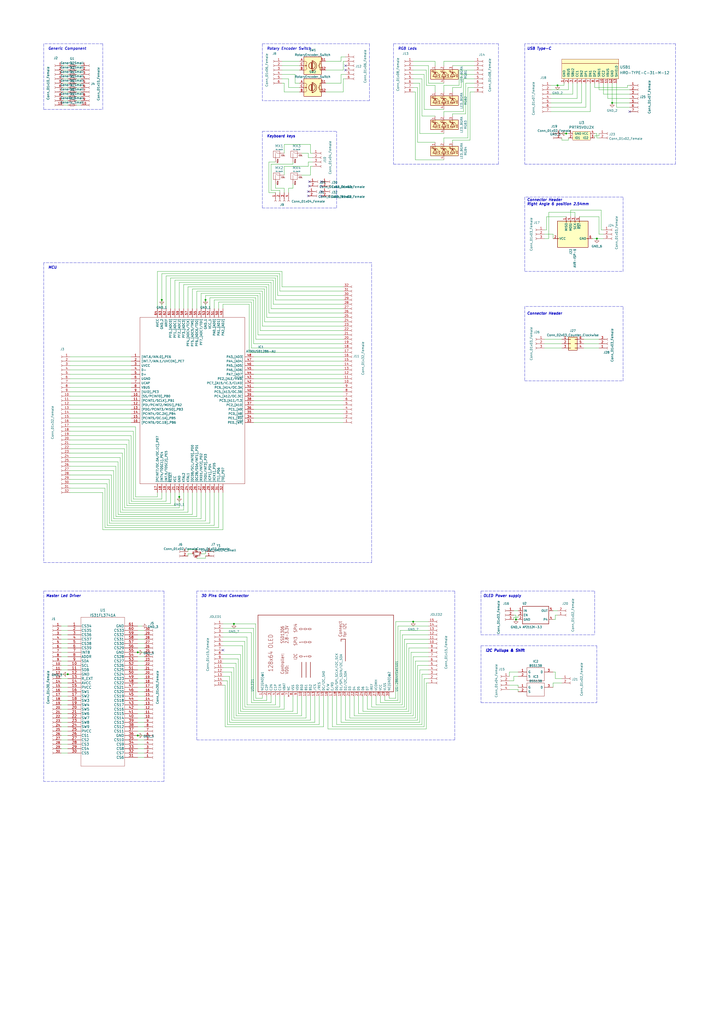
<source format=kicad_sch>
(kicad_sch (version 20211123) (generator eeschema)
  (paper "A2" portrait)
  (junction (at 80.01 378.46))
  (junction (at 240.03 360.68))
  (junction (at 135.89 361.95))
  (junction (at 104.14 288.29))
  (junction (at 299.72 359.41))
  (junction (at 93.98 173.99))
  (junction (at 80.01 426.72))
  (junction (at 355.6 59.69))
  (junction (at 39.37 391.16))
  (junction (at 328.93 77.47))
  (junction (at 346.71 138.43))
  (junction (at 323.85 49.53))
  (junction (at 119.38 173.99))
  (no_connect (at 129.54 377.19))
  (no_connect (at 179.07 113.665))
  (no_connect (at 186.69 107.95))
  (no_connect (at 186.69 105.41))
  (no_connect (at 179.705 105.41))
  (no_connect (at 179.705 107.95))
  (no_connect (at 179.07 111.125))
  (no_connect (at 186.69 113.665))
  (no_connect (at 186.69 111.125))
  (no_connect (at 365.76 64.77))
  (no_connect (at 200.66 40.64))
  (no_connect (at 200.66 38.1))
  (wire (pts (xy 148.59 172.72) (xy 148.59 196.85)))
  (wire (pts (xy 35.56 434.34) (xy 39.37 434.34)))
  (wire (pts (xy 64.77 302.26) (xy 64.77 275.59)))
  (wire (pts (xy 40.64 278.13) (xy 63.5 278.13)))
  (wire (pts (xy 116.84 179.07) (xy 116.84 170.18)))
  (wire (pts (xy 142.24 372.11) (xy 142.24 410.21)))
  (wire (pts (xy 252.73 38.1) (xy 252.73 35.56)))
  (wire (pts (xy 63.5 303.53) (xy 121.92 303.53)))
  (wire (pts (xy 36.83 53.34) (xy 39.37 53.34)))
  (wire (pts (xy 96.52 160.02) (xy 161.29 160.02)))
  (wire (pts (xy 40.64 270.51) (xy 67.31 270.51)))
  (wire (pts (xy 248.92 391.16) (xy 245.11 391.16)))
  (wire (pts (xy 257.81 80.01) (xy 257.81 82.55)))
  (wire (pts (xy 190.5 403.86) (xy 190.5 422.91)))
  (wire (pts (xy 203.2 403.86) (xy 203.2 416.56)))
  (wire (pts (xy 147.32 209.55) (xy 199.39 209.55)))
  (wire (pts (xy 165.1 83.82) (xy 165.1 88.9)))
  (wire (pts (xy 36.83 55.88) (xy 39.37 55.88)))
  (wire (pts (xy 318.77 138.43) (xy 316.23 138.43)))
  (wire (pts (xy 35.56 416.56) (xy 39.37 416.56)))
  (wire (pts (xy 334.01 125.73) (xy 334.01 123.19)))
  (wire (pts (xy 165.1 83.82) (xy 180.34 83.82)))
  (wire (pts (xy 111.76 285.75) (xy 111.76 298.45)))
  (wire (pts (xy 273.05 81.28) (xy 273.05 53.34)))
  (wire (pts (xy 208.28 403.86) (xy 208.28 414.02)))
  (wire (pts (xy 127 179.07) (xy 127 175.26)))
  (wire (pts (xy 114.3 285.75) (xy 114.3 299.72)))
  (wire (pts (xy 139.7 379.73) (xy 139.7 412.75)))
  (wire (pts (xy 129.54 364.49) (xy 147.32 364.49)))
  (wire (pts (xy 124.46 285.75) (xy 124.46 304.8)))
  (polyline (pts (xy 228.6 95.25) (xy 289.56 95.25)))
  (wire (pts (xy 35.56 381) (xy 39.37 381)))
  (polyline (pts (xy 228.6 25.4) (xy 228.6 95.25)))
  (wire (pts (xy 247.65 422.91) (xy 190.5 422.91)))
  (wire (pts (xy 154.94 406.4) (xy 147.32 406.4)))
  (wire (pts (xy 116.84 285.75) (xy 116.84 300.99)))
  (wire (pts (xy 270.51 48.26) (xy 275.59 48.26)))
  (wire (pts (xy 350.52 48.26) (xy 350.52 54.61)))
  (wire (pts (xy 353.06 48.26) (xy 353.06 57.15)))
  (wire (pts (xy 300.99 397.51) (xy 300.99 398.78)))
  (wire (pts (xy 257.81 92.71) (xy 241.3 92.71)))
  (wire (pts (xy 91.44 179.07) (xy 91.44 157.48)))
  (polyline (pts (xy 95.25 342.9) (xy 95.25 453.39)))
  (polyline (pts (xy 215.9 326.39) (xy 215.9 152.4)))
  (wire (pts (xy 147.32 240.03) (xy 199.39 240.03)))
  (wire (pts (xy 80.01 439.42) (xy 83.82 439.42)))
  (wire (pts (xy 246.38 393.7) (xy 248.92 393.7)))
  (wire (pts (xy 257.81 38.1) (xy 257.81 35.56)))
  (wire (pts (xy 71.12 295.91) (xy 106.68 295.91)))
  (wire (pts (xy 234.95 410.21) (xy 215.9 410.21)))
  (wire (pts (xy 80.01 388.62) (xy 83.82 388.62)))
  (wire (pts (xy 300.99 359.41) (xy 299.72 359.41)))
  (wire (pts (xy 213.36 411.48) (xy 236.22 411.48)))
  (wire (pts (xy 162.56 168.91) (xy 162.56 158.75)))
  (wire (pts (xy 80.01 431.8) (xy 83.82 431.8)))
  (wire (pts (xy 245.11 45.72) (xy 240.03 45.72)))
  (wire (pts (xy 146.05 175.26) (xy 146.05 201.93)))
  (wire (pts (xy 198.12 33.02) (xy 198.12 35.56)))
  (wire (pts (xy 171.45 48.26) (xy 171.45 43.18)))
  (wire (pts (xy 114.3 299.72) (xy 67.31 299.72)))
  (wire (pts (xy 147.32 212.09) (xy 199.39 212.09)))
  (wire (pts (xy 199.39 179.07) (xy 157.48 179.07)))
  (wire (pts (xy 40.64 222.25) (xy 76.2 222.25)))
  (wire (pts (xy 35.56 431.8) (xy 39.37 431.8)))
  (wire (pts (xy 165.1 403.86) (xy 165.1 411.48)))
  (wire (pts (xy 218.44 408.94) (xy 233.68 408.94)))
  (wire (pts (xy 187.96 403.86) (xy 187.96 421.64)))
  (wire (pts (xy 252.73 49.53) (xy 247.65 49.53)))
  (wire (pts (xy 241.3 383.54) (xy 248.92 383.54)))
  (wire (pts (xy 299.72 359.41) (xy 299.72 356.87)))
  (wire (pts (xy 248.92 396.24) (xy 247.65 396.24)))
  (wire (pts (xy 199.39 53.34) (xy 199.39 45.72)))
  (wire (pts (xy 69.85 297.18) (xy 69.85 265.43)))
  (wire (pts (xy 160.02 93.98) (xy 156.21 93.98)))
  (wire (pts (xy 104.14 288.29) (xy 104.14 294.64)))
  (wire (pts (xy 170.18 95.25) (xy 157.48 95.25)))
  (wire (pts (xy 160.02 106.68) (xy 160.02 109.22)))
  (wire (pts (xy 339.09 201.93) (xy 347.98 201.93)))
  (wire (pts (xy 345.44 50.8) (xy 364.49 50.8)))
  (wire (pts (xy 152.4 403.86) (xy 152.4 405.13)))
  (wire (pts (xy 246.38 63.5) (xy 246.38 43.18)))
  (wire (pts (xy 129.54 379.73) (xy 139.7 379.73)))
  (wire (pts (xy 109.22 285.75) (xy 109.22 297.18)))
  (wire (pts (xy 345.44 48.26) (xy 345.44 50.8)))
  (wire (pts (xy 44.45 53.34) (xy 46.99 53.34)))
  (wire (pts (xy 199.39 199.39) (xy 147.32 199.39)))
  (wire (pts (xy 119.38 323.85) (xy 119.38 322.58)))
  (wire (pts (xy 91.44 285.75) (xy 91.44 288.29)))
  (wire (pts (xy 242.57 50.8) (xy 240.03 50.8)))
  (wire (pts (xy 355.6 48.26) (xy 355.6 59.69)))
  (wire (pts (xy 321.31 396.24) (xy 326.39 396.24)))
  (wire (pts (xy 68.58 298.45) (xy 111.76 298.45)))
  (wire (pts (xy 326.39 77.47) (xy 328.93 77.47)))
  (wire (pts (xy 111.76 321.31) (xy 109.22 321.31)))
  (wire (pts (xy 80.01 429.26) (xy 83.82 429.26)))
  (wire (pts (xy 346.71 138.43) (xy 350.52 138.43)))
  (wire (pts (xy 163.83 35.56) (xy 173.99 35.56)))
  (wire (pts (xy 317.5 133.35) (xy 317.5 125.73)))
  (wire (pts (xy 109.22 321.31) (xy 109.22 322.58)))
  (wire (pts (xy 119.38 302.26) (xy 64.77 302.26)))
  (wire (pts (xy 187.96 421.64) (xy 130.81 421.64)))
  (wire (pts (xy 160.02 173.99) (xy 160.02 161.29)))
  (wire (pts (xy 44.45 50.8) (xy 46.99 50.8)))
  (wire (pts (xy 35.56 368.3) (xy 39.37 368.3)))
  (wire (pts (xy 129.54 389.89) (xy 134.62 389.89)))
  (wire (pts (xy 252.73 82.55) (xy 242.57 82.55)))
  (wire (pts (xy 157.48 163.83) (xy 104.14 163.83)))
  (wire (pts (xy 162.56 403.86) (xy 162.56 410.21)))
  (wire (pts (xy 330.2 80.01) (xy 330.2 81.28)))
  (wire (pts (xy 185.42 403.86) (xy 185.42 420.37)))
  (wire (pts (xy 44.45 40.64) (xy 46.99 40.64)))
  (wire (pts (xy 80.01 426.72) (xy 83.82 426.72)))
  (polyline (pts (xy 95.25 453.39) (xy 25.4 453.39)))
  (wire (pts (xy 147.32 229.87) (xy 199.39 229.87)))
  (wire (pts (xy 143.51 369.57) (xy 143.51 408.94)))
  (wire (pts (xy 137.16 384.81) (xy 137.16 415.29)))
  (wire (pts (xy 248.92 370.84) (xy 234.95 370.84)))
  (wire (pts (xy 177.8 416.56) (xy 135.89 416.56)))
  (wire (pts (xy 40.64 255.27) (xy 74.93 255.27)))
  (wire (pts (xy 262.89 81.28) (xy 273.05 81.28)))
  (wire (pts (xy 330.2 48.26) (xy 330.2 52.07)))
  (wire (pts (xy 215.9 403.86) (xy 215.9 410.21)))
  (wire (pts (xy 35.56 398.78) (xy 39.37 398.78)))
  (wire (pts (xy 130.81 421.64) (xy 130.81 397.51)))
  (wire (pts (xy 147.32 234.95) (xy 199.39 234.95)))
  (wire (pts (xy 109.22 166.37) (xy 154.94 166.37)))
  (wire (pts (xy 241.3 92.71) (xy 241.3 53.34)))
  (wire (pts (xy 161.29 160.02) (xy 161.29 171.45)))
  (polyline (pts (xy 25.4 326.39) (xy 215.9 326.39)))
  (wire (pts (xy 40.64 229.87) (xy 76.2 229.87)))
  (wire (pts (xy 335.28 48.26) (xy 335.28 57.15)))
  (wire (pts (xy 347.98 77.47) (xy 347.98 78.74)))
  (wire (pts (xy 35.56 365.76) (xy 39.37 365.76)))
  (wire (pts (xy 133.35 419.1) (xy 133.35 392.43)))
  (wire (pts (xy 139.7 412.75) (xy 170.18 412.75)))
  (wire (pts (xy 80.01 424.18) (xy 83.82 424.18)))
  (wire (pts (xy 347.98 78.74) (xy 345.44 78.74)))
  (wire (pts (xy 316.23 135.89) (xy 321.31 135.89)))
  (wire (pts (xy 151.13 170.18) (xy 151.13 191.77)))
  (wire (pts (xy 342.9 64.77) (xy 320.04 64.77)))
  (wire (pts (xy 358.14 48.26) (xy 358.14 62.23)))
  (polyline (pts (xy 264.16 429.26) (xy 264.16 342.9)))
  (wire (pts (xy 44.45 48.26) (xy 46.99 48.26)))
  (wire (pts (xy 180.34 403.86) (xy 180.34 417.83)))
  (wire (pts (xy 355.6 59.69) (xy 365.76 59.69)))
  (wire (pts (xy 72.39 294.64) (xy 72.39 260.35)))
  (wire (pts (xy 236.22 373.38) (xy 248.92 373.38)))
  (wire (pts (xy 358.14 62.23) (xy 365.76 62.23)))
  (wire (pts (xy 337.82 59.69) (xy 320.04 59.69)))
  (wire (pts (xy 231.14 363.22) (xy 248.92 363.22)))
  (wire (pts (xy 205.74 403.86) (xy 205.74 415.29)))
  (wire (pts (xy 35.56 383.54) (xy 39.37 383.54)))
  (wire (pts (xy 273.05 53.34) (xy 275.59 53.34)))
  (wire (pts (xy 96.52 290.83) (xy 96.52 285.75)))
  (wire (pts (xy 129.54 361.95) (xy 135.89 361.95)))
  (wire (pts (xy 339.09 199.39) (xy 347.98 199.39)))
  (wire (pts (xy 35.56 408.94) (xy 39.37 408.94)))
  (polyline (pts (xy 152.4 25.4) (xy 152.4 58.42)))
  (wire (pts (xy 240.03 40.64) (xy 247.65 40.64)))
  (wire (pts (xy 236.22 411.48) (xy 236.22 373.38)))
  (wire (pts (xy 364.49 50.8) (xy 364.49 49.53)))
  (wire (pts (xy 121.92 179.07) (xy 121.92 172.72)))
  (wire (pts (xy 158.75 162.56) (xy 158.75 176.53)))
  (wire (pts (xy 156.21 111.76) (xy 160.02 111.76)))
  (wire (pts (xy 40.64 207.01) (xy 76.2 207.01)))
  (wire (pts (xy 350.52 54.61) (xy 365.76 54.61)))
  (wire (pts (xy 347.98 80.01) (xy 346.71 80.01)))
  (wire (pts (xy 138.43 414.02) (xy 138.43 382.27)))
  (wire (pts (xy 243.84 48.26) (xy 240.03 48.26)))
  (wire (pts (xy 298.45 354.33) (xy 300.99 354.33)))
  (wire (pts (xy 165.1 101.6) (xy 165.1 96.52)))
  (wire (pts (xy 165.1 109.22) (xy 165.1 111.76)))
  (wire (pts (xy 80.01 436.88) (xy 83.82 436.88)))
  (wire (pts (xy 129.54 392.43) (xy 133.35 392.43)))
  (wire (pts (xy 91.44 157.48) (xy 163.83 157.48)))
  (polyline (pts (xy 279.4 368.3) (xy 345.44 368.3)))
  (polyline (pts (xy 279.4 342.9) (xy 279.4 368.3)))
  (wire (pts (xy 116.84 170.18) (xy 151.13 170.18)))
  (wire (pts (xy 119.38 321.31) (xy 119.38 320.04)))
  (wire (pts (xy 35.56 375.92) (xy 39.37 375.92)))
  (wire (pts (xy 160.02 161.29) (xy 99.06 161.29)))
  (wire (pts (xy 322.58 359.41) (xy 322.58 356.87)))
  (wire (pts (xy 114.3 168.91) (xy 114.3 179.07)))
  (wire (pts (xy 146.05 407.67) (xy 157.48 407.67)))
  (wire (pts (xy 153.67 186.69) (xy 199.39 186.69)))
  (wire (pts (xy 295.91 392.43) (xy 295.91 389.89)))
  (polyline (pts (xy 114.3 429.26) (xy 264.16 429.26)))
  (wire (pts (xy 248.92 48.26) (xy 248.92 38.1)))
  (polyline (pts (xy 195.58 120.65) (xy 195.58 76.2)))
  (wire (pts (xy 147.32 173.99) (xy 124.46 173.99)))
  (wire (pts (xy 179.07 88.9) (xy 179.07 91.44)))
  (wire (pts (xy 77.47 289.56) (xy 77.47 250.19)))
  (polyline (pts (xy 215.9 152.4) (xy 25.4 152.4)))
  (wire (pts (xy 179.07 91.44) (xy 181.61 91.44)))
  (polyline (pts (xy 59.69 25.4) (xy 25.4 25.4)))
  (wire (pts (xy 129.54 384.81) (xy 137.16 384.81)))
  (wire (pts (xy 340.36 48.26) (xy 340.36 62.23)))
  (wire (pts (xy 40.64 224.79) (xy 76.2 224.79)))
  (wire (pts (xy 40.64 257.81) (xy 73.66 257.81)))
  (wire (pts (xy 35.56 373.38) (xy 39.37 373.38)))
  (wire (pts (xy 36.83 48.26) (xy 39.37 48.26)))
  (wire (pts (xy 154.94 184.15) (xy 154.94 166.37)))
  (wire (pts (xy 156.21 181.61) (xy 199.39 181.61)))
  (wire (pts (xy 321.31 359.41) (xy 322.58 359.41)))
  (polyline (pts (xy 289.56 95.25) (xy 289.56 25.4)))
  (polyline (pts (xy 214.63 58.42) (xy 152.4 58.42)))
  (wire (pts (xy 119.38 171.45) (xy 119.38 173.99)))
  (wire (pts (xy 147.32 224.79) (xy 199.39 224.79)))
  (wire (pts (xy 129.54 397.51) (xy 130.81 397.51)))
  (wire (pts (xy 247.65 49.53) (xy 247.65 40.64)))
  (wire (pts (xy 243.84 77.47) (xy 243.84 48.26)))
  (wire (pts (xy 173.99 48.26) (xy 171.45 48.26)))
  (wire (pts (xy 300.99 400.05) (xy 300.99 401.32)))
  (wire (pts (xy 223.52 403.86) (xy 223.52 406.4)))
  (wire (pts (xy 245.11 420.37) (xy 195.58 420.37)))
  (wire (pts (xy 40.64 285.75) (xy 59.69 285.75)))
  (wire (pts (xy 320.04 57.15) (xy 335.28 57.15)))
  (wire (pts (xy 337.82 48.26) (xy 337.82 59.69)))
  (wire (pts (xy 36.83 60.96) (xy 39.37 60.96)))
  (wire (pts (xy 189.23 35.56) (xy 198.12 35.56)))
  (wire (pts (xy 76.2 290.83) (xy 96.52 290.83)))
  (wire (pts (xy 342.9 48.26) (xy 342.9 64.77)))
  (wire (pts (xy 129.54 382.27) (xy 138.43 382.27)))
  (wire (pts (xy 93.98 173.99) (xy 93.98 179.07)))
  (wire (pts (xy 35.56 436.88) (xy 39.37 436.88)))
  (wire (pts (xy 320.04 54.61) (xy 332.74 54.61)))
  (wire (pts (xy 243.84 419.1) (xy 243.84 388.62)))
  (wire (pts (xy 35.56 388.62) (xy 39.37 388.62)))
  (wire (pts (xy 170.18 403.86) (xy 170.18 412.75)))
  (wire (pts (xy 93.98 289.56) (xy 77.47 289.56)))
  (wire (pts (xy 271.78 50.8) (xy 271.78 80.01)))
  (wire (pts (xy 181.61 96.52) (xy 180.34 96.52)))
  (wire (pts (xy 40.64 252.73) (xy 76.2 252.73)))
  (wire (pts (xy 80.01 378.46) (xy 83.82 378.46)))
  (wire (pts (xy 134.62 417.83) (xy 180.34 417.83)))
  (wire (pts (xy 167.64 45.72) (xy 167.64 50.8)))
  (polyline (pts (xy 25.4 25.4) (xy 25.4 63.5)))
  (wire (pts (xy 199.39 184.15) (xy 154.94 184.15)))
  (wire (pts (xy 40.64 283.21) (xy 60.96 283.21)))
  (wire (pts (xy 339.09 196.85) (xy 347.98 196.85)))
  (wire (pts (xy 323.85 49.53) (xy 327.66 49.53)))
  (wire (pts (xy 295.91 397.51) (xy 300.99 397.51)))
  (wire (pts (xy 73.66 257.81) (xy 73.66 293.37)))
  (wire (pts (xy 163.83 38.1) (xy 173.99 38.1)))
  (wire (pts (xy 104.14 163.83) (xy 104.14 179.07)))
  (wire (pts (xy 80.01 421.64) (xy 83.82 421.64)))
  (wire (pts (xy 322.58 389.89) (xy 322.58 393.7)))
  (wire (pts (xy 180.34 96.52) (xy 180.34 101.6)))
  (wire (pts (xy 40.64 275.59) (xy 64.77 275.59)))
  (wire (pts (xy 248.92 375.92) (xy 237.49 375.92)))
  (wire (pts (xy 80.01 368.3) (xy 83.82 368.3)))
  (wire (pts (xy 121.92 172.72) (xy 148.59 172.72)))
  (wire (pts (xy 349.25 121.92) (xy 349.25 133.35)))
  (wire (pts (xy 158.75 176.53) (xy 199.39 176.53)))
  (wire (pts (xy 116.84 321.31) (xy 119.38 321.31)))
  (wire (pts (xy 129.54 367.03) (xy 146.05 367.03)))
  (wire (pts (xy 99.06 161.29) (xy 99.06 179.07)))
  (wire (pts (xy 223.52 406.4) (xy 231.14 406.4)))
  (wire (pts (xy 347.98 125.73) (xy 347.98 135.89)))
  (wire (pts (xy 231.14 406.4) (xy 231.14 363.22)))
  (wire (pts (xy 331.47 121.92) (xy 349.25 121.92)))
  (wire (pts (xy 213.36 403.86) (xy 213.36 411.48)))
  (wire (pts (xy 44.45 55.88) (xy 46.99 55.88)))
  (wire (pts (xy 208.28 414.02) (xy 238.76 414.02)))
  (wire (pts (xy 321.31 138.43) (xy 321.31 135.89)))
  (wire (pts (xy 60.96 306.07) (xy 127 306.07)))
  (wire (pts (xy 198.12 419.1) (xy 243.84 419.1)))
  (wire (pts (xy 148.59 361.95) (xy 148.59 405.13)))
  (wire (pts (xy 80.01 411.48) (xy 83.82 411.48)))
  (wire (pts (xy 59.69 307.34) (xy 59.69 285.75)))
  (wire (pts (xy 35.56 429.26) (xy 39.37 429.26)))
  (wire (pts (xy 165.1 53.34) (xy 173.99 53.34)))
  (wire (pts (xy 157.48 179.07) (xy 157.48 163.83)))
  (wire (pts (xy 318.77 123.19) (xy 318.77 138.43)))
  (wire (pts (xy 200.66 33.02) (xy 198.12 33.02)))
  (wire (pts (xy 316.23 201.93) (xy 326.39 201.93)))
  (wire (pts (xy 35.56 393.7) (xy 39.37 393.7)))
  (wire (pts (xy 152.4 189.23) (xy 152.4 168.91)))
  (wire (pts (xy 346.71 77.47) (xy 345.44 77.47)))
  (wire (pts (xy 242.57 82.55) (xy 242.57 50.8)))
  (wire (pts (xy 127 285.75) (xy 127 306.07)))
  (wire (pts (xy 68.58 267.97) (xy 68.58 298.45)))
  (polyline (pts (xy 25.4 152.4) (xy 25.4 326.39)))
  (wire (pts (xy 129.54 307.34) (xy 59.69 307.34)))
  (wire (pts (xy 147.32 242.57) (xy 199.39 242.57)))
  (wire (pts (xy 298.45 356.87) (xy 299.72 356.87)))
  (wire (pts (xy 40.64 265.43) (xy 69.85 265.43)))
  (wire (pts (xy 147.32 207.01) (xy 199.39 207.01)))
  (wire (pts (xy 106.68 165.1) (xy 156.21 165.1)))
  (wire (pts (xy 200.66 35.56) (xy 199.39 35.56)))
  (polyline (pts (xy 361.95 177.8) (xy 304.8 177.8)))
  (wire (pts (xy 257.81 63.5) (xy 246.38 63.5)))
  (wire (pts (xy 135.89 416.56) (xy 135.89 387.35)))
  (wire (pts (xy 80.01 365.76) (xy 83.82 365.76)))
  (wire (pts (xy 40.64 219.71) (xy 76.2 219.71)))
  (wire (pts (xy 257.81 49.53) (xy 266.7 49.53)))
  (wire (pts (xy 93.98 158.75) (xy 93.98 173.99)))
  (wire (pts (xy 99.06 292.1) (xy 74.93 292.1)))
  (polyline (pts (xy 304.8 114.3) (xy 304.8 157.48)))
  (wire (pts (xy 135.89 361.95) (xy 148.59 361.95)))
  (wire (pts (xy 35.56 426.72) (xy 39.37 426.72)))
  (wire (pts (xy 320.04 52.07) (xy 330.2 52.07)))
  (wire (pts (xy 175.26 403.86) (xy 175.26 415.29)))
  (wire (pts (xy 40.64 260.35) (xy 72.39 260.35)))
  (wire (pts (xy 340.36 62.23) (xy 320.04 62.23)))
  (wire (pts (xy 246.38 43.18) (xy 240.03 43.18)))
  (wire (pts (xy 101.6 285.75) (xy 101.6 293.37)))
  (wire (pts (xy 240.03 360.68) (xy 248.92 360.68)))
  (wire (pts (xy 147.32 199.39) (xy 147.32 173.99)))
  (wire (pts (xy 142.24 410.21) (xy 162.56 410.21)))
  (polyline (pts (xy 304.8 25.4) (xy 304.8 95.25)))
  (wire (pts (xy 180.34 83.82) (xy 180.34 88.9)))
  (wire (pts (xy 44.45 58.42) (xy 46.99 58.42)))
  (wire (pts (xy 35.56 391.16) (xy 39.37 391.16)))
  (wire (pts (xy 332.74 48.26) (xy 332.74 54.61)))
  (wire (pts (xy 101.6 179.07) (xy 101.6 162.56)))
  (wire (pts (xy 129.54 372.11) (xy 142.24 372.11)))
  (polyline (pts (xy 361.95 220.98) (xy 361.95 177.8)))
  (polyline (pts (xy 228.6 25.4) (xy 289.56 25.4)))
  (wire (pts (xy 203.2 416.56) (xy 241.3 416.56)))
  (wire (pts (xy 44.45 38.1) (xy 46.99 38.1)))
  (wire (pts (xy 40.64 227.33) (xy 76.2 227.33)))
  (wire (pts (xy 199.39 40.64) (xy 189.23 40.64)))
  (wire (pts (xy 167.64 109.22) (xy 167.64 111.76)))
  (wire (pts (xy 295.91 394.97) (xy 298.45 394.97)))
  (polyline (pts (xy 214.63 25.4) (xy 214.63 58.42)))
  (wire (pts (xy 172.72 403.86) (xy 172.72 414.02)))
  (wire (pts (xy 73.66 293.37) (xy 101.6 293.37)))
  (wire (pts (xy 156.21 93.98) (xy 156.21 111.76)))
  (wire (pts (xy 77.47 250.19) (xy 40.64 250.19)))
  (wire (pts (xy 40.64 247.65) (xy 78.74 247.65)))
  (wire (pts (xy 346.71 80.01) (xy 346.71 77.47)))
  (wire (pts (xy 106.68 179.07) (xy 106.68 165.1)))
  (wire (pts (xy 36.83 50.8) (xy 39.37 50.8)))
  (wire (pts (xy 127 175.26) (xy 146.05 175.26)))
  (wire (pts (xy 298.45 392.43) (xy 300.99 392.43)))
  (wire (pts (xy 240.03 415.29) (xy 205.74 415.29)))
  (wire (pts (xy 238.76 378.46) (xy 248.92 378.46)))
  (wire (pts (xy 262.89 66.04) (xy 270.51 66.04)))
  (wire (pts (xy 271.78 80.01) (xy 257.81 80.01)))
  (wire (pts (xy 182.88 419.1) (xy 133.35 419.1)))
  (wire (pts (xy 40.64 234.95) (xy 76.2 234.95)))
  (wire (pts (xy 172.72 414.02) (xy 138.43 414.02)))
  (wire (pts (xy 35.56 378.46) (xy 39.37 378.46)))
  (wire (pts (xy 40.64 232.41) (xy 76.2 232.41)))
  (wire (pts (xy 157.48 407.67) (xy 157.48 403.86)))
  (wire (pts (xy 295.91 400.05) (xy 300.99 400.05)))
  (wire (pts (xy 316.23 196.85) (xy 326.39 196.85)))
  (wire (pts (xy 109.22 297.18) (xy 69.85 297.18)))
  (wire (pts (xy 298.45 358.14) (xy 298.45 359.41)))
  (wire (pts (xy 153.67 167.64) (xy 153.67 186.69)))
  (wire (pts (xy 161.29 171.45) (xy 199.39 171.45)))
  (wire (pts (xy 147.32 237.49) (xy 199.39 237.49)))
  (wire (pts (xy 147.32 406.4) (xy 147.32 364.49)))
  (wire (pts (xy 257.81 53.34) (xy 257.81 49.53)))
  (polyline (pts (xy 345.44 342.9) (xy 345.44 368.3)))
  (wire (pts (xy 242.57 417.83) (xy 200.66 417.83)))
  (wire (pts (xy 347.98 135.89) (xy 350.52 135.89)))
  (wire (pts (xy 170.18 106.68) (xy 170.18 109.22)))
  (wire (pts (xy 200.66 403.86) (xy 200.66 417.83)))
  (wire (pts (xy 35.56 414.02) (xy 39.37 414.02)))
  (wire (pts (xy 232.41 407.67) (xy 220.98 407.67)))
  (wire (pts (xy 163.83 157.48) (xy 163.83 166.37)))
  (wire (pts (xy 114.3 318.77) (xy 109.22 318.77)))
  (wire (pts (xy 36.83 58.42) (xy 39.37 58.42)))
  (wire (pts (xy 80.01 401.32) (xy 83.82 401.32)))
  (wire (pts (xy 316.23 199.39) (xy 326.39 199.39)))
  (wire (pts (xy 175.26 101.6) (xy 180.34 101.6)))
  (wire (pts (xy 104.14 294.64) (xy 72.39 294.64)))
  (wire (pts (xy 80.01 363.22) (xy 82.55 363.22)))
  (wire (pts (xy 60.96 283.21) (xy 60.96 306.07)))
  (wire (pts (xy 322.58 356.87) (xy 323.85 356.87)))
  (wire (pts (xy 80.01 370.84) (xy 83.82 370.84)))
  (wire (pts (xy 74.93 292.1) (xy 74.93 255.27)))
  (wire (pts (xy 238.76 414.02) (xy 238.76 378.46)))
  (wire (pts (xy 35.56 421.64) (xy 39.37 421.64)))
  (wire (pts (xy 143.51 369.57) (xy 129.54 369.57)))
  (wire (pts (xy 36.83 40.64) (xy 39.37 40.64)))
  (wire (pts (xy 80.01 393.7) (xy 83.82 393.7)))
  (polyline (pts (xy 114.3 342.9) (xy 114.3 429.26)))
  (wire (pts (xy 106.68 295.91) (xy 106.68 285.75)))
  (wire (pts (xy 109.22 166.37) (xy 109.22 179.07)))
  (wire (pts (xy 163.83 45.72) (xy 167.64 45.72)))
  (wire (pts (xy 44.45 45.72) (xy 46.99 45.72)))
  (wire (pts (xy 80.01 375.92) (xy 83.82 375.92)))
  (wire (pts (xy 165.1 48.26) (xy 163.83 48.26)))
  (wire (pts (xy 137.16 415.29) (xy 175.26 415.29)))
  (wire (pts (xy 349.25 133.35) (xy 350.52 133.35)))
  (polyline (pts (xy 304.8 220.98) (xy 361.95 220.98)))
  (wire (pts (xy 35.56 363.22) (xy 39.37 363.22)))
  (wire (pts (xy 248.92 38.1) (xy 240.03 38.1)))
  (wire (pts (xy 124.46 304.8) (xy 62.23 304.8)))
  (wire (pts (xy 80.01 383.54) (xy 83.82 383.54)))
  (wire (pts (xy 180.34 88.9) (xy 181.61 88.9)))
  (wire (pts (xy 147.32 232.41) (xy 199.39 232.41)))
  (wire (pts (xy 241.3 53.34) (xy 240.03 53.34)))
  (wire (pts (xy 163.83 166.37) (xy 199.39 166.37)))
  (wire (pts (xy 35.56 370.84) (xy 39.37 370.84)))
  (wire (pts (xy 336.55 125.73) (xy 347.98 125.73)))
  (wire (pts (xy 269.24 45.72) (xy 275.59 45.72)))
  (wire (pts (xy 327.66 49.53) (xy 327.66 48.26)))
  (wire (pts (xy 347.98 52.07) (xy 365.76 52.07)))
  (wire (pts (xy 242.57 386.08) (xy 242.57 417.83)))
  (wire (pts (xy 35.56 403.86) (xy 39.37 403.86)))
  (wire (pts (xy 229.87 405.13) (xy 226.06 405.13)))
  (wire (pts (xy 78.74 288.29) (xy 91.44 288.29)))
  (wire (pts (xy 257.81 77.47) (xy 243.84 77.47)))
  (wire (pts (xy 262.89 50.8) (xy 262.89 53.34)))
  (wire (pts (xy 154.94 403.86) (xy 154.94 406.4)))
  (wire (pts (xy 119.38 285.75) (xy 119.38 302.26)))
  (wire (pts (xy 35.56 401.32) (xy 39.37 401.32)))
  (wire (pts (xy 111.76 167.64) (xy 153.67 167.64)))
  (wire (pts (xy 40.64 267.97) (xy 68.58 267.97)))
  (wire (pts (xy 40.64 209.55) (xy 76.2 209.55)))
  (polyline (pts (xy 59.69 63.5) (xy 59.69 25.4)))
  (wire (pts (xy 36.83 38.1) (xy 39.37 38.1)))
  (wire (pts (xy 147.32 217.17) (xy 199.39 217.17)))
  (wire (pts (xy 320.04 49.53) (xy 323.85 49.53)))
  (wire (pts (xy 40.64 237.49) (xy 76.2 237.49)))
  (wire (pts (xy 80.01 391.16) (xy 83.82 391.16)))
  (polyline (pts (xy 25.4 342.9) (xy 95.25 342.9)))
  (wire (pts (xy 193.04 421.64) (xy 246.38 421.64)))
  (wire (pts (xy 114.3 323.85) (xy 119.38 323.85)))
  (wire (pts (xy 148.59 405.13) (xy 152.4 405.13)))
  (wire (pts (xy 80.01 406.4) (xy 83.82 406.4)))
  (wire (pts (xy 140.97 411.48) (xy 140.97 374.65)))
  (wire (pts (xy 226.06 403.86) (xy 226.06 405.13)))
  (wire (pts (xy 132.08 394.97) (xy 132.08 420.37)))
  (wire (pts (xy 321.31 398.78) (xy 321.31 396.24)))
  (wire (pts (xy 35.56 396.24) (xy 39.37 396.24)))
  (wire (pts (xy 96.52 179.07) (xy 96.52 160.02)))
  (wire (pts (xy 80.01 408.94) (xy 83.82 408.94)))
  (wire (pts (xy 111.76 179.07) (xy 111.76 167.64)))
  (wire (pts (xy 257.81 48.26) (xy 248.92 48.26)))
  (wire (pts (xy 300.99 358.14) (xy 298.45 358.14)))
  (wire (pts (xy 93.98 285.75) (xy 93.98 289.56)))
  (wire (pts (xy 252.73 53.34) (xy 252.73 49.53)))
  (wire (pts (xy 80.01 396.24) (xy 83.82 396.24)))
  (polyline (pts (xy 152.4 76.2) (xy 195.58 76.2)))
  (wire (pts (xy 147.32 219.71) (xy 199.39 219.71)))
  (wire (pts (xy 132.08 420.37) (xy 185.42 420.37)))
  (wire (pts (xy 162.56 158.75) (xy 93.98 158.75)))
  (wire (pts (xy 134.62 389.89) (xy 134.62 417.83)))
  (wire (pts (xy 71.12 262.89) (xy 71.12 295.91)))
  (wire (pts (xy 267.97 50.8) (xy 262.89 50.8)))
  (wire (pts (xy 40.64 245.11) (xy 76.2 245.11)))
  (wire (pts (xy 199.39 204.47) (xy 144.78 204.47)))
  (wire (pts (xy 40.64 212.09) (xy 76.2 212.09)))
  (wire (pts (xy 149.86 194.31) (xy 149.86 171.45)))
  (wire (pts (xy 262.89 67.31) (xy 262.89 66.04)))
  (wire (pts (xy 40.64 240.03) (xy 76.2 240.03)))
  (wire (pts (xy 233.68 368.3) (xy 248.92 368.3)))
  (wire (pts (xy 331.47 125.73) (xy 331.47 121.92)))
  (wire (pts (xy 218.44 403.86) (xy 218.44 408.94)))
  (wire (pts (xy 67.31 299.72) (xy 67.31 270.51)))
  (wire (pts (xy 234.95 370.84) (xy 234.95 410.21)))
  (wire (pts (xy 36.83 45.72) (xy 39.37 45.72)))
  (wire (pts (xy 129.54 285.75) (xy 129.54 307.34)))
  (wire (pts (xy 200.66 43.18) (xy 198.12 43.18)))
  (wire (pts (xy 316.23 133.35) (xy 317.5 133.35)))
  (wire (pts (xy 179.07 96.52) (xy 179.07 93.98)))
  (wire (pts (xy 40.64 280.67) (xy 62.23 280.67)))
  (wire (pts (xy 199.39 168.91) (xy 162.56 168.91)))
  (wire (pts (xy 232.41 365.76) (xy 232.41 407.67)))
  (wire (pts (xy 237.49 375.92) (xy 237.49 412.75)))
  (wire (pts (xy 334.01 123.19) (xy 318.77 123.19)))
  (wire (pts (xy 40.64 273.05) (xy 66.04 273.05)))
  (wire (pts (xy 275.59 50.8) (xy 271.78 50.8)))
  (wire (pts (xy 257.81 35.56) (xy 275.59 35.56)))
  (wire (pts (xy 121.92 285.75) (xy 121.92 303.53)))
  (wire (pts (xy 300.99 356.87) (xy 300.99 358.14)))
  (wire (pts (xy 147.32 245.11) (xy 199.39 245.11)))
  (polyline (pts (xy 152.4 120.65) (xy 152.4 76.2)))
  (wire (pts (xy 62.23 304.8) (xy 62.23 280.67)))
  (wire (pts (xy 160.02 109.22) (xy 165.1 109.22)))
  (wire (pts (xy 129.54 176.53) (xy 129.54 179.07)))
  (wire (pts (xy 182.88 403.86) (xy 182.88 419.1)))
  (wire (pts (xy 262.89 82.55) (xy 262.89 81.28)))
  (wire (pts (xy 149.86 171.45) (xy 119.38 171.45)))
  (wire (pts (xy 245.11 391.16) (xy 245.11 420.37)))
  (wire (pts (xy 80.01 403.86) (xy 83.82 403.86)))
  (polyline (pts (xy 279.4 374.65) (xy 346.71 374.65)))
  (wire (pts (xy 170.18 93.98) (xy 170.18 95.25)))
  (wire (pts (xy 80.01 414.02) (xy 83.82 414.02)))
  (wire (pts (xy 195.58 403.86) (xy 195.58 420.37)))
  (wire (pts (xy 344.17 138.43) (xy 346.71 138.43)))
  (wire (pts (xy 80.01 419.1) (xy 83.82 419.1)))
  (wire (pts (xy 66.04 273.05) (xy 66.04 300.99)))
  (wire (pts (xy 347.98 48.26) (xy 347.98 52.07)))
  (wire (pts (xy 119.38 173.99) (xy 119.38 179.07)))
  (wire (pts (xy 144.78 204.47) (xy 144.78 176.53)))
  (wire (pts (xy 248.92 381) (xy 240.03 381)))
  (wire (pts (xy 165.1 96.52) (xy 179.07 96.52)))
  (wire (pts (xy 40.64 217.17) (xy 76.2 217.17)))
  (wire (pts (xy 99.06 285.75) (xy 99.06 292.1)))
  (wire (pts (xy 345.44 78.74) (xy 345.44 80.01)))
  (wire (pts (xy 252.73 67.31) (xy 245.11 67.31)))
  (wire (pts (xy 80.01 434.34) (xy 83.82 434.34)))
  (polyline (pts (xy 152.4 120.65) (xy 195.58 120.65)))
  (wire (pts (xy 80.01 373.38) (xy 83.82 373.38)))
  (wire (pts (xy 175.26 88.9) (xy 179.07 88.9)))
  (wire (pts (xy 198.12 43.18) (xy 198.12 48.26)))
  (polyline (pts (xy 304.8 95.25) (xy 392.43 95.25)))
  (wire (pts (xy 151.13 191.77) (xy 199.39 191.77)))
  (wire (pts (xy 257.81 67.31) (xy 257.81 64.77)))
  (wire (pts (xy 199.39 45.72) (xy 200.66 45.72)))
  (wire (pts (xy 80.01 381) (xy 83.82 381)))
  (wire (pts (xy 269.24 64.77) (xy 269.24 45.72)))
  (wire (pts (xy 165.1 411.48) (xy 140.97 411.48)))
  (polyline (pts (xy 279.4 374.65) (xy 279.4 407.67)))
  (wire (pts (xy 266.7 40.64) (xy 275.59 40.64)))
  (polyline (pts (xy 361.95 114.3) (xy 304.8 114.3)))
  (wire (pts (xy 317.5 125.73) (xy 328.93 125.73)))
  (wire (pts (xy 295.91 389.89) (xy 300.99 389.89)))
  (wire (pts (xy 152.4 168.91) (xy 114.3 168.91)))
  (wire (pts (xy 173.99 50.8) (xy 167.64 50.8)))
  (wire (pts (xy 104.14 285.75) (xy 104.14 288.29)))
  (wire (pts (xy 321.31 389.89) (xy 322.58 389.89)))
  (polyline (pts (xy 152.4 25.4) (xy 214.63 25.4)))
  (wire (pts (xy 40.64 214.63) (xy 76.2 214.63)))
  (wire (pts (xy 248.92 386.08) (xy 242.57 386.08)))
  (wire (pts (xy 322.58 393.7) (xy 326.39 393.7)))
  (wire (pts (xy 35.56 406.4) (xy 39.37 406.4)))
  (wire (pts (xy 146.05 367.03) (xy 146.05 407.67)))
  (wire (pts (xy 157.48 95.25) (xy 157.48 110.49)))
  (wire (pts (xy 76.2 252.73) (xy 76.2 290.83)))
  (wire (pts (xy 80.01 386.08) (xy 83.82 386.08)))
  (wire (pts (xy 199.39 173.99) (xy 160.02 173.99)))
  (polyline (pts (xy 25.4 342.9) (xy 25.4 453.39)))
  (wire (pts (xy 240.03 35.56) (xy 252.73 35.56)))
  (wire (pts (xy 240.03 381) (xy 240.03 415.29)))
  (wire (pts (xy 35.56 386.08) (xy 39.37 386.08)))
  (wire (pts (xy 156.21 165.1) (xy 156.21 181.61)))
  (wire (pts (xy 275.59 43.18) (xy 267.97 43.18)))
  (wire (pts (xy 353.06 57.15) (xy 365.76 57.15)))
  (wire (pts (xy 177.8 403.86) (xy 177.8 416.56)))
  (wire (pts (xy 144.78 176.53) (xy 129.54 176.53)))
  (wire (pts (xy 80.01 416.56) (xy 83.82 416.56)))
  (wire (pts (xy 199.39 194.31) (xy 149.86 194.31)))
  (wire (pts (xy 198.12 403.86) (xy 198.12 419.1)))
  (wire (pts (xy 189.23 53.34) (xy 199.39 53.34)))
  (wire (pts (xy 179.07 93.98) (xy 181.61 93.98)))
  (wire (pts (xy 189.23 48.26) (xy 198.12 48.26)))
  (wire (pts (xy 160.02 403.86) (xy 160.02 408.94)))
  (wire (pts (xy 220.98 403.86) (xy 220.98 407.67)))
  (wire (pts (xy 35.56 411.48) (xy 39.37 411.48)))
  (wire (pts (xy 146.05 201.93) (xy 199.39 201.93)))
  (wire (pts (xy 44.45 43.18) (xy 46.99 43.18)))
  (wire (pts (xy 199.39 189.23) (xy 152.4 189.23)))
  (wire (pts (xy 163.83 40.64) (xy 173.99 40.64)))
  (wire (pts (xy 140.97 374.65) (xy 129.54 374.65)))
  (wire (pts (xy 40.64 262.89) (xy 71.12 262.89)))
  (wire (pts (xy 298.45 394.97) (xy 298.45 392.43)))
  (wire (pts (xy 35.56 424.18) (xy 39.37 424.18)))
  (wire (pts (xy 148.59 196.85) (xy 199.39 196.85)))
  (wire (pts (xy 160.02 408.94) (xy 143.51 408.94)))
  (wire (pts (xy 257.81 64.77) (xy 269.24 64.77)))
  (wire (pts (xy 233.68 408.94) (xy 233.68 368.3)))
  (wire (pts (xy 147.32 214.63) (xy 199.39 214.63)))
  (wire (pts (xy 328.93 77.47) (xy 330.2 77.47)))
  (wire (pts (xy 199.39 35.56) (xy 199.39 40.64)))
  (wire (pts (xy 101.6 162.56) (xy 158.75 162.56)))
  (wire (pts (xy 262.89 38.1) (xy 275.59 38.1)))
  (wire (pts (xy 321.31 354.33) (xy 323.85 354.33)))
  (polyline (pts (xy 25.4 63.5) (xy 59.69 63.5)))
  (wire (pts (xy 165.1 48.26) (xy 165.1 53.34)))
  (wire (pts (xy 129.54 387.35) (xy 135.89 387.35)))
  (polyline (pts (xy 392.43 25.4) (xy 304.8 25.4)))
  (wire (pts (xy 170.18 109.22) (xy 167.64 109.22)))
  (wire (pts (xy 78.74 247.65) (xy 78.74 288.29)))
  (wire (pts (xy 157.48 110.49) (xy 162.56 110.49)))
  (wire (pts (xy 229.87 360.68) (xy 229.87 405.13)))
  (wire (pts (xy 229.87 360.68) (xy 240.03 360.68)))
  (polyline (pts (xy 392.43 95.25) (xy 392.43 25.4)))
  (polyline (pts (xy 304.8 157.48) (xy 361.95 157.48)))
  (wire (pts (xy 109.22 318.77) (xy 109.22 320.04)))
  (wire (pts (xy 248.92 365.76) (xy 232.41 365.76)))
  (wire (pts (xy 40.64 242.57) (xy 76.2 242.57)))
  (polyline (pts (xy 279.4 342.9) (xy 345.44 342.9)))
  (wire (pts (xy 326.39 80.01) (xy 326.39 81.28)))
  (polyline (pts (xy 361.95 157.48) (xy 361.95 114.3)))
  (wire (pts (xy 63.5 278.13) (xy 63.5 303.53)))
  (wire (pts (xy 66.04 300.99) (xy 116.84 300.99)))
  (wire (pts (xy 171.45 43.18) (xy 163.83 43.18)))
  (wire (pts (xy 270.51 66.04) (xy 270.51 48.26)))
  (wire (pts (xy 147.32 222.25) (xy 199.39 222.25)))
  (wire (pts (xy 147.32 227.33) (xy 199.39 227.33)))
  (wire (pts (xy 247.65 396.24) (xy 247.65 422.91)))
  (wire (pts (xy 241.3 416.56) (xy 241.3 383.54)))
  (polyline (pts (xy 304.8 177.8) (xy 304.8 220.98)))
  (wire (pts (xy 267.97 43.18) (xy 267.97 50.8)))
  (wire (pts (xy 243.84 388.62) (xy 248.92 388.62)))
  (wire (pts (xy 266.7 49.53) (xy 266.7 40.64)))
  (wire (pts (xy 124.46 173.99) (xy 124.46 179.07)))
  (polyline (pts (xy 346.71 374.65) (xy 346.71 407.67)))
  (wire (pts (xy 237.49 412.75) (xy 210.82 412.75)))
  (polyline (pts (xy 279.4 407.67) (xy 346.71 407.67)))
  (polyline (pts (xy 264.16 342.9) (xy 114.3 342.9)))
  (wire (pts (xy 129.54 394.97) (xy 132.08 394.97)))
  (wire (pts (xy 245.11 67.31) (xy 245.11 45.72)))
  (wire (pts (xy 193.04 403.86) (xy 193.04 421.64)))
  (wire (pts (xy 246.38 421.64) (xy 246.38 393.7)))
  (wire (pts (xy 162.56 110.49) (xy 162.56 111.76)))
  (wire (pts (xy 35.56 419.1) (xy 39.37 419.1)))
  (wire (pts (xy 364.49 49.53) (xy 365.76 49.53)))
  (wire (pts (xy 36.83 43.18) (xy 39.37 43.18)))
  (wire (pts (xy 210.82 403.86) (xy 210.82 412.75)))
  (wire (pts (xy 44.45 60.96) (xy 46.99 60.96)))
  (wire (pts (xy 330.2 81.28) (xy 326.39 81.28)))
  (wire (pts (xy 80.01 398.78) (xy 83.82 398.78)))
  (text "Keyboard keys" (at 154.94 80.01 0) (effects (font (size 1.5 1.5) (thickness 0.2997) bold italic) (justify left bottom)))
  (text "30 Pins Oled Connector" (at 116.84 346.71 0) (effects (font (size 1.5 1.5) (thickness 0.2997) bold italic) (justify left bottom)))
  (text "Master Led Driver" (at 26.67 346.71 0) (effects (font (size 1.5 1.5) (thickness 0.2997) bold italic) (justify left bottom)))
  (text "Connector Header\nRight Angle 6 position 2.54mm" (at 306.07 119.38 0) (effects (font (size 1.5 1.5) (thickness 0.2997) bold italic) (justify left bottom)))
  (text "RGB Leds" (at 231.14 29.21 0) (effects (font (size 1.5 1.5) (thickness 0.254) bold italic) (justify left bottom)))
  (text "Generic Component" (at 27.94 29.21 0) (effects (font (size 1.5 1.5) (thickness 0.254) bold italic) (justify left bottom)))
  (text "OLED Power supply" (at 280.67 346.71 180) (effects (font (size 1.5 1.5) (thickness 0.3) bold italic) (justify left bottom)))
  (text "MCU" (at 27.94 156.21 0) (effects (font (size 1.5 1.5) (thickness 0.2997) bold italic) (justify left bottom)))
  (text "USB Type-C" (at 306.07 29.21 0) (effects (font (size 1.5 1.5) (thickness 0.2997) bold italic) (justify left bottom)))
  (text "I2C Pullups & Shift" (at 281.94 378.46 180) (effects (font (size 1.5 1.5) (thickness 0.3713) bold italic) (justify left bottom)))
  (text "Rotary Encoder Switch" (at 154.94 29.21 0) (effects (font (size 1.5 1.5) (thickness 0.254) bold italic) (justify left bottom)))
  (text "Connector Header\n" (at 306.07 182.88 0) (effects (font (size 1.5 1.5) (thickness 0.2997) bold italic) (justify left bottom)))
  (symbol (lib_id "Connector:Conn_01x03_Female") (at 293.37 356.87 0) (mirror y) (unit 1)
    (property "Reference" "J16" (at 294.005 350.173 0))
    (property "Value" "Conn_01x03_Female" (at 289.56 358.14 90))
    (property "Footprint" "Connector_PinHeader_2.54mm:PinHeader_1x03_P2.54mm_Vertical" (effects hide))
  )
  (symbol (lib_id "Connector:Conn_01x02_Female") (at 331.47 393.7 0) (unit 1)
    (property "Reference" "J21" (at 332.1812 394.1353 0) (effects (justify left)))
    (property "Value" "Conn_01x02_Female" (at 337.82 403.86 90) (effects (justify left)))
    (property "Footprint" "Connector_PinHeader_2.54mm:PinHeader_1x02_P2.54mm_Vertical" (effects hide))
  )
  (symbol (lib_id "Connector:Conn_01x03_Female") (at 355.6 135.89 0) (unit 1)
    (property "Reference" "J24" (at 353.06 130.81 0) (effects (justify left)))
    (property "Value" "Conn_01x03_Female" (at 358.14 144.78 90) (effects (justify left)))
    (property "Footprint" "Connector_PinHeader_2.54mm:PinHeader_1x03_P2.54mm_Vertical" (effects hide))
  )
  (symbol (lib_id "Connector:Conn_01x07_Female") (at 370.84 57.15 0) (unit 1)
    (property "Reference" "J25" (at 371.5512 56.2415 0) (effects (justify left)))
    (property "Value" "Conn_01x07_Female" (at 377.19 66.04 90) (effects (justify left)))
    (property "Footprint" "Connector_PinHeader_2.54mm:PinHeader_1x07_P2.54mm_Vertical" (effects hide))
  )
  (symbol (lib_id "MX_Alps_Hybrid:MX-NoLED") (at 171.45 102.87 0) (unit 1)
    (property "Reference" "MX4" (at 172.3356 97.3783 0) (effects (font (size 1.524 1.524))))
    (property "Value" "MX-NoLED" (at 172.3356 99.4585 0) (effects (font (size 0.508 0.508))))
    (property "Footprint" "SamacSys_Parts:MXOnly-1U-NoLED_3Pins" (effects hide))
  )
  (symbol (lib_id "MX_Alps_Hybrid:MX-NoLED") (at 171.45 90.17 0) (unit 1)
    (property "Reference" "MX3" (at 172.3356 84.6783 0) (effects (font (size 1.524 1.524))))
    (property "Value" "MX-NoLED" (at 172.3356 86.7585 0) (effects (font (size 0.508 0.508))))
    (property "Footprint" "SamacSys_Parts:MXOnly-1U-NoLED_3Pins" (effects hide))
  )
  (symbol (lib_id "Connector:Conn_01x10_Female") (at 52.07 48.26 0) (unit 1)
    (property "Reference" "J4" (at 52.7812 48.6215 0) (effects (justify left)))
    (property "Value" "Conn_01x10_Female" (at 57.15 58.42 90) (effects (justify left)))
    (property "Footprint" "Connector_PinHeader_2.54mm:PinHeader_1x10_P2.54mm_Vertical" (effects hide))
  )
  (symbol (lib_id "MX_Alps_Hybrid:MX-NoLED") (at 161.29 90.17 0) (unit 1)
    (property "Reference" "MX1" (at 162.1756 84.6783 0) (effects (font (size 1.524 1.524))))
    (property "Value" "MX-NoLED" (at 162.1756 86.7585 0) (effects (font (size 0.508 0.508))))
    (property "Footprint" "SamacSys_Parts:MXOnly-1U-NoLED_3Pins" (effects hide))
  )
  (symbol (lib_id "MX_Alps_Hybrid:MX-NoLED") (at 161.29 102.87 0) (unit 1)
    (property "Reference" "MX2" (at 162.1756 97.3783 0) (effects (font (size 1.524 1.524))))
    (property "Value" "MX-NoLED" (at 162.1756 99.4585 0) (effects (font (size 0.508 0.508))))
    (property "Footprint" "SamacSys_Parts:MXOnly-1U-NoLED_3Pins" (effects hide))
  )
  (symbol (lib_id "Connector:Conn_01x32_Female") (at 204.47 207.01 0) (mirror x) (unit 1)
    (property "Reference" "J11" (at 205.1812 206.6485 0) (effects (justify left)))
    (property "Value" "Conn_01x32_Female" (at 210.82 198.12 90) (effects (justify left)))
    (property "Footprint" "Connector_PinHeader_2.54mm:PinHeader_1x32_P2.54mm_Vertical" (effects hide))
  )
  (symbol (lib_id "Device:LED_BGRA") (at 257.81 72.39 270) (unit 1)
    (property "Reference" "RGB3" (at 270.4338 72.39 0))
    (property "Value" "LED_BGRA" (at 268.1224 72.39 0))
    (property "Footprint" "SamacSys_Parts:QBLP677R-RGB" (effects hide))
  )
  (symbol (lib_id "Device:RotaryEncoder_Switch") (at 181.61 38.1 0) (unit 1)
    (property "Reference" "SW1" (at 181.61 29.0535 0))
    (property "Value" "RotaryEncoder_Switch" (at 181.61 31.8286 0))
    (property "Footprint" "Rotary_Encoder:RotaryEncoder_Alps_EC12E-Switch_Vertical_H20mm" (effects hide))
  )
  (symbol (lib_id "Adafruit 1.3in 128x64 OLED STEMMA QT-eagle-import:DISP_OLED_UG-2864HSWEG01") (at 187.96 378.46 90) (unit 1)
    (property "Reference" "UOLED1" (at 147.32 401.32 0) (effects (justify left bottom)))
    (property "Value" "UG-2864HSWEG01" (at 231.14 401.32 0) (effects (justify left bottom)))
    (property "Footprint" "SamacSys_Parts:5051103091" (effects hide))
  )
  (symbol (lib_id "Connector:Conn_01x07_Female") (at 314.96 57.15 0) (mirror y) (unit 1)
    (property "Reference" "J18" (at 315.595 45.1063 0))
    (property "Value" "Conn_01x07_Female" (at 309.88 57.15 90))
    (property "Footprint" "Connector_PinHeader_2.54mm:PinHeader_1x07_P2.54mm_Vertical" (effects hide))
  )
  (symbol (lib_id "Breadbord:Generic_Small") (at 41.91 58.42 0) (unit 1)
    (property "Reference" "G9" (at 41.91 54.3392 0))
    (property "Value" "Generic_Small" (at 41.91 56.8761 0))
    (property "Footprint" "Breadboard:Generic" (effects hide))
  )
  (symbol (lib_id "Breadbord:Generic_Small") (at 41.91 38.1 0) (unit 1)
    (property "Reference" "G1" (at 41.91 34.0192 0))
    (property "Value" "Generic_Small" (at 41.91 36.5561 0))
    (property "Footprint" "Breadboard:Generic" (effects hide))
  )
  (symbol (lib_id "Connector:Conn_01x02_Female") (at 104.14 320.04 0) (mirror y) (unit 1)
    (property "Reference" "J6" (at 104.775 315.883 0))
    (property "Value" "Conn_01x02_Female" (at 104.775 318.4199 0))
    (property "Footprint" "Connector_PinHeader_2.54mm:PinHeader_1x02_P2.54mm_Vertical" (effects hide))
  )
  (symbol (lib_id "Breadbord:GND_2") (at 355.6 59.69 0) (unit 1)
    (property "Reference" "#PWR014" (effects hide))
    (property "Value" "GND_2" (at 355.6 64.1334 0))
  )
  (symbol (lib_id "Breadbord:GND_2") (at 323.85 49.53 0) (unit 1)
    (property "Reference" "#PWR011" (effects hide))
    (property "Value" "GND_2" (at 323.85 53.9734 0))
  )
  (symbol (lib_id "Connector:Conn_01x02_Female") (at 184.785 105.41 0) (unit 1)
    (property "Reference" "J29" (at 185.4962 105.8453 0) (effects (justify left)))
    (property "Value" "Conn_01x02_Female" (at 185.4962 108.3822 0) (effects (justify left)))
    (property "Footprint" "Connector_PinHeader_2.54mm:PinHeader_1x02_P2.54mm_Vertical" (effects hide))
  )
  (symbol (lib_id "Connector_Generic:Conn_02x03_Counter_Clockwise") (at 331.47 199.39 0) (unit 1)
    (property "Reference" "J27" (at 332.74 191.8802 0))
    (property "Value" "Conn_02x03_Counter_Clockwise" (at 332.74 194.4171 0))
    (property "Footprint" "Connector_PinHeader_2.54mm:PinHeader_2x03_P2.54mm_Vertical" (effects hide))
  )
  (symbol (lib_id "SamacSys_Parts:BSS138") (at 300.99 398.78 0) (unit 1)
    (property "Reference" "IC3" (at 311.15 392.591 0))
    (property "Value" "BSS138" (at 311.15 395.1279 0))
    (property "Footprint" "SamacSys_Parts:SOT95P240X120-3N" (effects hide))
    (property "Datasheet" "https://datasheet.datasheetarchive.com/originals/distributors/Datasheets-24/DSA-479923.pdf" (effects hide))
    (property "Description" "MOSFET N-Channel 50V 0.22A SOT23 Fairchild BSS138 N-channel MOSFET Transistor, 0.22 A, 50 V, 3-Pin SOT-23" (effects hide))
    (property "Height" "1.2" (effects hide))
    (property "Manufacturer_Name" "ON Semiconductor" (effects hide))
    (property "Manufacturer_Part_Number" "BSS138" (effects hide))
    (property "Mouser Part Number" "512-BSS138" (effects hide))
    (property "Mouser Price/Stock" "https://www.mouser.com/Search/Refine.aspx?Keyword=512-BSS138" (effects hide))
  )
  (symbol (lib_id "Connector:Conn_01x02_Female") (at 353.06 77.47 0) (unit 1)
    (property "Reference" "J23" (at 353.7712 77.9053 0) (effects (justify left)))
    (property "Value" "Conn_01x02_Female" (at 353.7712 80.4422 0) (effects (justify left)))
    (property "Footprint" "Connector_PinHeader_2.54mm:PinHeader_1x02_P2.54mm_Vertical" (effects hide))
  )
  (symbol (lib_id "Breadbord:GND_1") (at 93.98 173.99 0) (unit 1)
    (property "Reference" "#PWR05" (effects hide))
    (property "Value" "GND_1" (at 93.98 178.4334 0))
  )
  (symbol (lib_id "Breadbord:Generic_Small") (at 41.91 40.64 0) (unit 1)
    (property "Reference" "G2" (at 41.91 36.5592 0))
    (property "Value" "Generic_Small" (at 41.91 39.0961 0))
    (property "Footprint" "Breadboard:Generic" (effects hide))
  )
  (symbol (lib_id "Breadbord:GND_4") (at 299.72 359.41 0) (unit 1)
    (property "Reference" "#PWR010" (effects hide))
    (property "Value" "GND_4" (at 299.72 363.8534 0))
  )
  (symbol (lib_id "Connector:Conn_01x30_Female") (at 88.9 403.86 0) (mirror x) (unit 1)
    (property "Reference" "J5" (at 88.265 361.603 0))
    (property "Value" "Conn_01x30_Female" (at 91.44 398.78 90))
    (property "Footprint" "Connector_PinHeader_2.54mm:PinHeader_1x30_P2.54mm_Vertical" (effects hide))
  )
  (symbol (lib_id "Connector:Conn_01x08_Female") (at 280.67 43.18 0) (unit 1)
    (property "Reference" "J14" (at 278.13 31.75 0) (effects (justify left)))
    (property "Value" "Conn_01x08_Female" (at 284.48 53.34 90) (effects (justify left)))
    (property "Footprint" "Connector_PinHeader_2.54mm:PinHeader_1x08_P2.54mm_Vertical" (effects hide))
  )
  (symbol (lib_id "Device:Crystal_GND24_Small") (at 114.3 321.31 270) (unit 1)
    (property "Reference" "Y1" (at 127.0189 316.4543 90))
    (property "Value" "Crystal_GND24_Small" (at 127.0189 319.2294 90))
    (property "Footprint" "Crystal:Crystal_SMD_3225-4Pin_3.2x2.5mm" (effects hide))
  )
  (symbol (lib_id "Connector:Conn_01x15_Female") (at 124.46 379.73 0) (mirror y) (unit 1)
    (property "Reference" "JOLED1" (at 125.095 357.793 0))
    (property "Value" "Conn_01x15_Female" (at 120.65 379.73 90))
    (property "Footprint" "Connector_PinHeader_2.54mm:PinHeader_1x15_P2.54mm_Vertical" (effects hide))
  )
  (symbol (lib_id "Breadbord:GND_1") (at 104.14 288.29 0) (unit 1)
    (property "Reference" "#PWR06" (effects hide))
    (property "Value" "GND_1" (at 104.14 292.7334 0))
  )
  (symbol (lib_id "Breadbord:GND_7") (at 240.03 360.68 0) (unit 1)
    (property "Reference" "#PWR09" (effects hide))
    (property "Value" "GND_7" (at 240.03 365.1234 0))
  )
  (symbol (lib_id "Connector:Conn_01x02_Female") (at 124.46 322.58 0) (mirror x) (unit 1)
    (property "Reference" "J7" (at 123.825 315.883 0))
    (property "Value" "Conn_01x02_Female" (at 123.825 318.4199 0))
    (property "Footprint" "Connector_PinHeader_2.54mm:PinHeader_1x02_P2.54mm_Vertical" (effects hide))
  )
  (symbol (lib_id "Type-C:HRO-TYPE-C-31-M-12") (at 341.63 45.72 90) (mirror x) (unit 1)
    (property "Reference" "USB1" (at 360.045 38.9403 90) (effects (font (size 1.524 1.524)) (justify right)))
    (property "Value" "HRO-TYPE-C-31-M-12" (at 360.045 42.2193 90) (effects (font (size 1.524 1.524)) (justify right)))
    (property "Footprint" "Type-C:HRO-TYPE-C-31-M-12" (effects hide))
  )
  (symbol (lib_id "Connector:Conn_01x04_Female") (at 162.56 116.84 90) (mirror x) (unit 1)
    (property "Reference" "J9" (at 163.83 118.8196 90))
    (property "Value" "Conn_01x04_Female" (at 179.07 116.84 90))
    (property "Footprint" "Connector_PinHeader_2.54mm:PinHeader_1x04_P2.54mm_Vertical" (effects hide))
  )
  (symbol (lib_id "Breadbord:GND_7") (at 135.89 361.95 0) (unit 1)
    (property "Reference" "#PWR08" (effects hide))
    (property "Value" "GND_7" (at 135.89 366.3934 0))
  )
  (symbol (lib_id "SamacSys_Parts:AT90USB1286-AU") (at 76.2 207.01 0) (unit 1)
    (property "Reference" "IC1" (at 151.588 201.3035 0))
    (property "Value" "AT90USB1286-AU" (at 151.588 203.8404 0))
    (property "Footprint" "SamacSys_Parts:AT90USB1286-AU" (effects hide))
    (property "Datasheet" "http://www.atmel.com/images/7593s.pdf" (effects hide))
    (property "Description" "AT90USB1286-AU, 8 bit AVR Microcontroller 20MHz 128 kB, 4 kB Flash, 8 kB RAM, USB I2C 64-Pin TQFP" (effects hide))
    (property "Height" "1.2" (effects hide))
    (property "Mouser Part Number" "556-AT90USB1286-AU" (effects hide))
    (property "Mouser Price/Stock" "https://www.mouser.co.uk/ProductDetail/Microchip-Technology-Atmel/AT90USB1286-AU/?qs=rBGENRD8NwLZmFbZhqtRLw%3D%3D" (effects hide))
    (property "Manufacturer_Name" "Microchip" (effects hide))
    (property "Manufacturer_Part_Number" "AT90USB1286-AU" (effects hide))
  )
  (symbol (lib_id "Breadbord:GND_6") (at 346.71 138.43 0) (unit 1)
    (property "Reference" "#PWR013" (effects hide))
    (property "Value" "GND_6" (at 346.71 142.8734 0))
  )
  (symbol (lib_id "Connector:Conn_01x03_Female") (at 353.06 199.39 0) (mirror x) (unit 1)
    (property "Reference" "J28" (at 350.52 204.47 0) (effects (justify left)))
    (property "Value" "Conn_01x03_Female" (at 355.6 190.5 90) (effects (justify left)))
    (property "Footprint" "Connector_PinHeader_2.54mm:PinHeader_1x03_P2.54mm_Vertical" (effects hide))
  )
  (symbol (lib_id "Breadbord:GND_3") (at 39.37 391.16 270) (unit 1)
    (property "Reference" "#PWR01" (effects hide))
    (property "Value" "GND_3" (at 36.195 391.5938 90) (effects (justify right)))
  )
  (symbol (lib_id "Device:RotaryEncoder_Switch") (at 181.61 50.8 0) (unit 1)
    (property "Reference" "SW2" (at 181.61 41.7535 0))
    (property "Value" "RotaryEncoder_Switch" (at 181.61 44.5286 0))
    (property "Footprint" "Rotary_Encoder:RotaryEncoder_Alps_EC12E-Switch_Vertical_H20mm" (effects hide))
  )
  (symbol (lib_id "Breadbord:Generic_Small") (at 41.91 48.26 0) (unit 1)
    (property "Reference" "G5" (at 41.91 44.1792 0))
    (property "Value" "Generic_Small" (at 41.91 46.7161 0))
    (property "Footprint" "Breadboard:Generic" (effects hide))
  )
  (symbol (lib_id "Breadbord:GND_3") (at 82.55 363.22 90) (unit 1)
    (property "Reference" "#PWR04" (effects hide))
    (property "Value" "GND_3" (at 85.725 363.6538 90) (effects (justify right)))
  )
  (symbol (lib_id "Connector:Conn_01x06_Female") (at 205.74 38.1 0) (unit 1)
    (property "Reference" "J12" (at 206.4512 38.4615 0) (effects (justify left)))
    (property "Value" "Conn_01x06_Female" (at 212.09 48.26 90) (effects (justify left)))
    (property "Footprint" "Connector_PinHeader_2.54mm:PinHeader_1x06_P2.54mm_Vertical" (effects hide))
  )
  (symbol (lib_id "Connector:Conn_01x10_Female") (at 31.75 48.26 0) (mirror y) (unit 1)
    (property "Reference" "J2" (at 32.385 33.6763 0))
    (property "Value" "Conn_01x10_Female" (at 27.94 48.26 90))
    (property "Footprint" "Connector_PinHeader_2.54mm:PinHeader_1x10_P2.54mm_Vertical" (effects hide))
  )
  (symbol (lib_id "Connector:Conn_01x02_Female") (at 328.93 356.87 0) (mirror x) (unit 1)
    (property "Reference" "J20" (at 328.295 350.173 0))
    (property "Value" "Conn_01x02_Female" (at 332.74 356.87 90))
    (property "Footprint" "Connector_PinHeader_2.54mm:PinHeader_1x02_P2.54mm_Vertical" (effects hide))
  )
  (symbol (lib_id "Breadbord:Generic_Small") (at 41.91 53.34 0) (unit 1)
    (property "Reference" "G7" (at 41.91 49.2592 0))
    (property "Value" "Generic_Small" (at 41.91 51.7961 0))
    (property "Footprint" "Breadboard:Generic" (effects hide))
  )
  (symbol (lib_id "Connector:AVR-ISP-6") (at 334.01 135.89 90) (unit 1)
    (property "Reference" "J22" (at 331.5716 144.2466 0) (effects (justify right)))
    (property "Value" "AVR-ISP-6" (at 333.883 144.2466 0) (effects (justify right)))
    (property "Footprint" "Connector_PinHeader_2.54mm:PinHeader_2x03_P2.54mm_Vertical" (effects hide))
    (property "Datasheet" " ~" (effects hide))
  )
  (symbol (lib_id "Device:LED_BGRA") (at 257.81 43.18 270) (unit 1)
    (property "Reference" "RGB1" (at 270.4338 43.18 0))
    (property "Value" "LED_BGRA" (at 268.1224 43.18 0))
    (property "Footprint" "SamacSys_Parts:QBLP677R-RGB" (effects hide))
  )
  (symbol (lib_id "Breadbord:GND_5") (at 328.93 77.47 270) (unit 1)
    (property "Reference" "#PWR012" (effects hide))
    (property "Value" "GND_5" (at 325.755 77.9038 90) (effects (justify right)))
  )
  (symbol (lib_id "Breadbord:Generic_Small") (at 41.91 50.8 0) (unit 1)
    (property "Reference" "G6" (at 41.91 46.7192 0))
    (property "Value" "Generic_Small" (at 41.91 49.2561 0))
    (property "Footprint" "Breadboard:Generic" (effects hide))
  )
  (symbol (lib_id "Connector:Conn_01x08_Female") (at 234.95 43.18 0) (mirror y) (unit 1)
    (property "Reference" "J13" (at 235.585 31.1363 0))
    (property "Value" "Conn_01x08_Female" (at 231.14 43.18 90))
    (property "Footprint" "Connector_PinHeader_2.54mm:PinHeader_1x08_P2.54mm_Vertical" (effects hide))
  )
  (symbol (lib_id "Breadbord:Generic_Small") (at 41.91 45.72 0) (unit 1)
    (property "Reference" "G4" (at 41.91 41.6392 0))
    (property "Value" "Generic_Small" (at 41.91 44.1761 0))
    (property "Footprint" "Breadboard:Generic" (effects hide))
  )
  (symbol (lib_id "Breadbord:Generic_Small") (at 41.91 43.18 0) (unit 1)
    (property "Reference" "G3" (at 41.91 39.0992 0))
    (property "Value" "Generic_Small" (at 41.91 41.6361 0))
    (property "Footprint" "Breadboard:Generic" (effects hide))
  )
  (symbol (lib_id "Breadbord:GND_3") (at 80.01 426.72 90) (unit 1)
    (property "Reference" "#PWR03" (effects hide))
    (property "Value" "GND_3" (at 83.185 427.1538 90) (effects (justify right)))
  )
  (symbol (lib_id "Device:LED_BGRA") (at 257.81 87.63 270) (unit 1)
    (property "Reference" "RGB4" (at 270.4338 87.63 0))
    (property "Value" "LED_BGRA" (at 268.1224 87.63 0))
    (property "Footprint" "SamacSys_Parts:QBLP677R-RGB" (effects hide))
  )
  (symbol (lib_id "Connector:Conn_01x02_Female") (at 321.31 77.47 0) (mirror y) (unit 1)
    (property "Reference" "J19" (at 321.945 73.313 0))
    (property "Value" "Conn_01x02_Female" (at 321.945 75.8499 0))
    (property "Footprint" "Connector_PinHeader_2.54mm:PinHeader_1x02_P2.54mm_Vertical" (effects hide))
  )
  (symbol (lib_id "Connector:Conn_01x32_Female") (at 35.56 245.11 0) (mirror y) (unit 1)
    (property "Reference" "J3" (at 36.195 202.5863 0))
    (property "Value" "Conn_01x32_Female" (at 30.48 245.11 90))
    (property "Footprint" "Connector_PinHeader_2.54mm:PinHeader_1x32_P2.54mm_Vertical" (effects hide))
  )
  (symbol (lib_id "Breadbord:GND_3") (at 80.01 378.46 90) (unit 1)
    (property "Reference" "#PWR02" (effects hide))
    (property "Value" "GND_3" (at 83.185 378.8938 90) (effects (justify right)))
  )
  (symbol (lib_id "Connector:Conn_01x04_Female") (at 290.83 394.97 0) (mirror y) (unit 1)
    (property "Reference" "J15" (at 291.465 388.273 0))
    (property "Value" "Conn_01x04_Female" (at 288.29 394.97 90))
    (property "Footprint" "Connector_PinHeader_2.54mm:PinHeader_1x04_P2.54mm_Vertical" (effects hide))
  )
  (symbol (lib_id "random-keyboard-parts:PRTR5V0U2X") (at 337.82 78.74 0) (unit 1)
    (property "Reference" "U3" (at 337.82 71.1962 0) (effects (font (size 1.524 1.524))))
    (property "Value" "PRTR5V0U2X" (at 337.82 73.8886 0) (effects (font (size 1.524 1.524))))
    (property "Footprint" "random-keyboard-parts:SOT143B" (effects hide))
  )
  (symbol (lib_id "Connector:Conn_01x04_Female") (at 186.69 91.44 0) (unit 1)
    (property "Reference" "J10" (at 188.6696 92.71 90))
    (property "Value" "Conn_01x04_Female" (at 191.77 91.44 90))
    (property "Footprint" "Connector_PinHeader_2.54mm:PinHeader_1x04_P2.54mm_Vertical" (effects hide))
  )
  (symbol (lib_id "Breadbord:GND_1") (at 119.38 173.99 0) (unit 1)
    (property "Reference" "#PWR07" (effects hide))
    (property "Value" "GND_1" (at 119.38 178.4334 0))
  )
  (symbol (lib_id "Device:LED_BGRA") (at 257.81 58.42 270) (unit 1)
    (property "Reference" "RGB2" (at 270.4338 58.42 0))
    (property "Value" "LED_BGRA" (at 268.1224 58.42 0))
    (property "Footprint" "SamacSys_Parts:QBLP677R-RGB" (effects hide))
  )
  (symbol (lib_id "Connector:Conn_01x03_Female") (at 311.15 199.39 0) (mirror y) (unit 1)
    (property "Reference" "J26" (at 311.785 192.693 0))
    (property "Value" "Conn_01x03_Female" (at 308.61 199.39 90))
    (property "Footprint" "Connector_PinHeader_2.54mm:PinHeader_1x03_P2.54mm_Vertical" (effects hide))
  )
  (symbol (lib_id "Connector:Conn_01x15_Female") (at 254 378.46 0) (mirror x) (unit 1)
    (property "Reference" "JOLED2" (at 253.365 356.523 0))
    (property "Value" "Conn_01x15_Female" (at 259.08 378.46 90))
    (property "Footprint" "Connector_PinHeader_2.54mm:PinHeader_1x15_P2.54mm_Vertical" (effects hide))
  )
  (symbol (lib_id "Connector:Conn_01x06_Female") (at 158.75 40.64 0) (mirror y) (unit 1)
    (property "Reference" "J8" (at 159.385 31.1363 0))
    (property "Value" "Conn_01x06_Female" (at 154.94 40.64 90))
    (property "Footprint" "Connector_PinHeader_2.54mm:PinHeader_1x06_P2.54mm_Vertical" (effects hide))
  )
  (symbol (lib_id "Adafruit 1.3in 128x64 OLED STEMMA QT-eagle-import:VREG_SOT23-5") (at 311.15 356.87 0) (unit 1)
    (property "Reference" "U2" (at 303.53 350.774 0) (effects (font (size 1.27 1.0795)) (justify left bottom)))
    (property "Value" "AP2112K-3.3" (at 303.53 364.49 0) (effects (font (size 1.27 1.0795)) (justify left bottom)))
    (property "Footprint" "Package_TO_SOT_SMD:SOT-23-5" (effects hide))
  )
  (symbol (lib_id "Breadbord:IS31FL3741-QFLS4-TR") (at 39.37 363.22 0) (unit 1)
    (property "Reference" "U1" (at 59.69 353.9924 0) (effects (font (size 1.524 1.524))))
    (property "Value" "IS31FL3741A" (at 59.69 356.9858 0) (effects (font (size 1.524 1.524))))
    (property "Footprint" "SamacSys_Parts:QFN40P700X700X80-61N-D" (effects hide))
  )
  (symbol (lib_id "Breadbord:Generic_Small") (at 41.91 55.88 0) (unit 1)
    (property "Reference" "G8" (at 41.91 51.7992 0))
    (property "Value" "Generic_Small" (at 41.91 54.3361 0))
    (property "Footprint" "Breadboard:Generic" (effects hide))
  )
  (symbol (lib_id "SamacSys_Parts:BSS138") (at 300.99 389.89 0) (unit 1)
    (property "Reference" "IC2" (at 311.15 383.701 0))
    (property "Value" "BSS138" (at 311.15 386.2379 0))
    (property "Footprint" "SamacSys_Parts:SOT95P240X120-3N" (effects hide))
    (property "Datasheet" "https://datasheet.datasheetarchive.com/originals/distributors/Datasheets-24/DSA-479923.pdf" (effects hide))
    (property "Description" "MOSFET N-Channel 50V 0.22A SOT23 Fairchild BSS138 N-channel MOSFET Transistor, 0.22 A, 50 V, 3-Pin SOT-23" (effects hide))
    (property "Height" "1.2" (effects hide))
    (property "Manufacturer_Name" "ON Semiconductor" (effects hide))
    (property "Manufacturer_Part_Number" "BSS138" (effects hide))
    (property "Mouser Part Number" "512-BSS138" (effects hide))
    (property "Mouser Price/Stock" "https://www.mouser.com/Search/Refine.aspx?Keyword=512-BSS138" (effects hide))
  )
  (symbol (lib_id "Connector:Conn_01x02_Female") (at 191.77 111.125 0) (unit 1)
    (property "Reference" "J32" (at 192.4812 111.5603 0) (effects (justify left)))
    (property "Value" "Conn_01x02_Female" (at 192.4812 114.0972 0) (effects (justify left)))
    (property "Footprint" "Connector_PinHeader_2.54mm:PinHeader_1x02_P2.54mm_Vertical" (effects hide))
  )
  (symbol (lib_id "Connector:Conn_01x02_Female") (at 191.77 105.41 0) (unit 1)
    (property "Reference" "J30" (at 192.4812 105.8453 0) (effects (justify left)))
    (property "Value" "Conn_01x02_Female" (at 192.4812 108.3822 0) (effects (justify left)))
    (property "Footprint" "Connector_PinHeader_2.54mm:PinHeader_1x02_P2.54mm_Vertical" (effects hide))
  )
  (symbol (lib_id "Breadbord:Generic_Small") (at 41.91 60.96 0) (unit 1)
    (property "Reference" "G10" (at 41.91 56.8792 0))
    (property "Value" "Generic_Small" (at 41.91 59.4161 0))
    (property "Footprint" "Breadboard:Generic" (effects hide))
  )
  (symbol (lib_id "Connector:Conn_01x02_Female") (at 184.15 111.125 0) (unit 1)
    (property "Reference" "J31" (at 184.8612 111.5603 0) (effects (justify left)))
    (property "Value" "Conn_01x02_Female" (at 184.8612 114.0972 0) (effects (justify left)))
    (property "Footprint" "Connector_PinHeader_2.54mm:PinHeader_1x02_P2.54mm_Vertical" (effects hide))
  )
  (symbol (lib_id "Connector:Conn_01x30_Female") (at 30.48 398.78 0) (mirror y) (unit 1)
    (property "Reference" "J1" (at 31.115 359.063 0))
    (property "Value" "Conn_01x30_Female" (at 27.94 398.78 90))
    (property "Footprint" "Connector_PinHeader_2.54mm:PinHeader_1x30_P2.54mm_Vertical" (effects hide))
  )
  (symbol (lib_id "Connector:Conn_01x03_Female") (at 311.15 135.89 0) (mirror y) (unit 1)
    (property "Reference" "J17" (at 311.785 129.193 0))
    (property "Value" "Conn_01x03_Female" (at 308.61 135.89 90))
    (property "Footprint" "Connector_PinHeader_2.54mm:PinHeader_1x03_P2.54mm_Vertical" (effects hide))
  )
)
</source>
